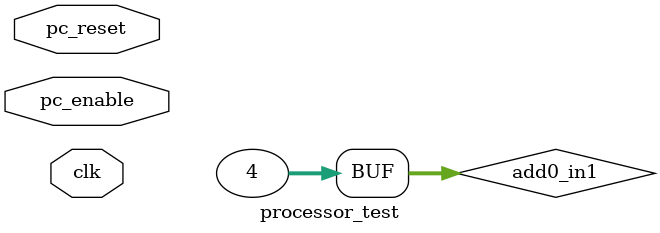
<source format=v>
module processor_test (input wire clk,
				  input wire pc_reset,
				  input wire pc_enable
			     );
// Step 1
wire [31:0] pc_in;
wire [31:0] pc_out;
// Step 2
wire [31:0] pc_plus_four;
wire [31:0] add0_in1;
assign add0_in1 = 32'd4;
// Step 3
wire [31:0] alu_data_output;
wire [31:0] readData2;
wire [31:0] mem_data_out;
wire [31:0] instr;
// Step 4
wire reg_dst, jump, branch, mem_to_reg, ctrl_mem_read_wire, ctrl_mem_write_wire, alu_src, reg_write;
wire [1:0] alu_op;
pc pc0(
	.in (pc_in), //32 bits
	.clk,
	.rst (pc_reset),
	.en (pc_enable),
	.out (pc_out) //32 bits
	);
Adder_32b pc_adder(
	.clk,
	.input0 (pc_out),
	.input1 (add0_in1),
	.out (pc_plus_four)
	);
Memory mem0(
	.inst_addr (pc_out), //32 bits
	.instr,		//32 bits
	.data_addr (alu_data_output),	//32 bits
	.data_in (readData2), //32 bits
	.mem_read (ctrl_mem_read_wire),
	.mem_write (ctrl_mem_write_wire),
	.data_out (mem_data_out) //32 bits
	);
/*
Control ctrl0(
	.clk,
	.opcode (instr[31:26]), //6 bits
	.reg_dst,
	.jump,
	.branch,
	.ctrl_mem_read(ctrl_mem_read_wire),
	.mem_to_reg,
	.ctrl_mem_write(ctrl_mem_write_wire),
	.alu_src,
	.reg_write,
	.alu_op //2 bits
	);
	*/
endmodule
</source>
